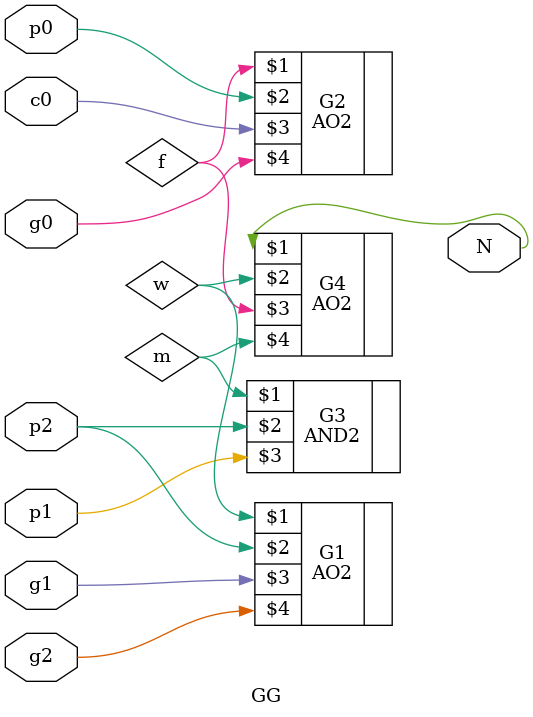
<source format=v>
`timescale 1ns/1ns
module GG(input p0,p1,p2,g0,g1,g2,c0, output N );
  wire w , f, m;
  AO2  #(19,17) G1(w,p2,g1,g2);
  AO2  #(19,17) G2(f,p0,c0,g0);
  AND2 #(13,17) G3(m,p2,p1);
  AO2  #(19,17) G4(N,w,f,m);
endmodule

</source>
